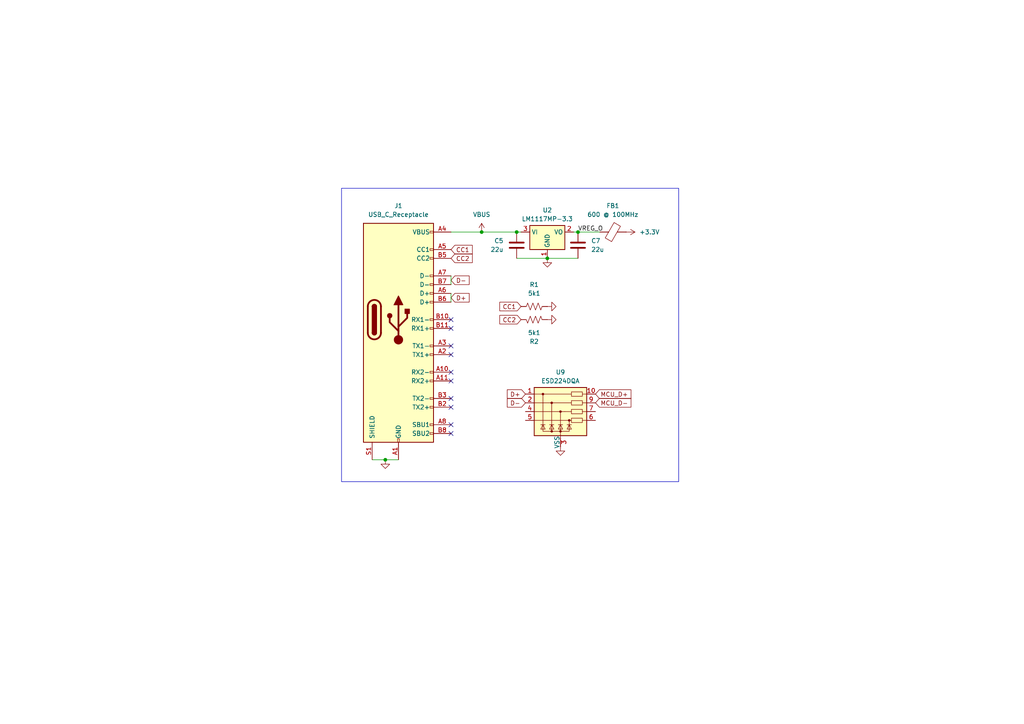
<source format=kicad_sch>
(kicad_sch (version 20250114) (generator "eeschema") (generator_version "9.0")
  (paper "A4")
  (lib_symbols
    (symbol "Connector:USB_C_Receptacle" (pin_names (offset 1.016))
      (property "Reference" "J" (at -10.16 29.21 0))
      (property "Value" "USB_C_Receptacle" (at 10.16 29.21 0))
      (symbol "USB_C_Receptacle_0_0"
        (rectangle (start -0.254 -35.56) (end 0.254 -34.544))
        (rectangle (start 10.16 25.654) (end 9.144 25.146))
        (rectangle (start 10.16 20.574) (end 9.144 20.066))
        (rectangle (start 10.16 18.034) (end 9.144 17.526))
        (rectangle (start 10.16 12.954) (end 9.144 12.446))
        (rectangle (start 10.16 10.414) (end 9.144 9.906))
        (rectangle (start 10.16 7.874) (end 9.144 7.366))
        (rectangle (start 10.16 5.334) (end 9.144 4.826))
        (rectangle (start 10.16 0.254) (end 9.144 -0.254))
        (rectangle (start 10.16 -2.286) (end 9.144 -2.794))
        (rectangle (start 10.16 -7.366) (end 9.144 -7.874))
        (rectangle (start 10.16 -9.906) (end 9.144 -10.414))
        (rectangle (start 10.16 -14.986) (end 9.144 -15.494))
        (rectangle (start 10.16 -17.526) (end 9.144 -18.034))
        (rectangle (start 10.16 -22.606) (end 9.144 -23.114))
        (rectangle (start 10.16 -25.146) (end 9.144 -25.654))
        (rectangle (start 10.16 -30.226) (end 9.144 -30.734))
        (rectangle (start 10.16 -32.766) (end 9.144 -33.274))
      )
      (symbol "USB_C_Receptacle_0_1"
        (rectangle (start -10.16 27.94) (end 10.16 -35.56) (stroke (width 0.254)) (fill (type background)))
        (polyline (pts (xy -8.89 -3.81) (xy -8.89 3.81)) (stroke (width 0.508)))
        (rectangle (start -7.62 -3.81) (end -6.35 3.81) (stroke (width 0.254)) (fill (type outline)))
        (arc (start -7.62 3.81) (mid -6.985 4.4423) (end -6.35 3.81) (stroke (width 0.254)))
        (arc (start -7.62 3.81) (mid -6.985 4.4423) (end -6.35 3.81) (stroke (width 0.254)) (fill (type outline)))
        (arc (start -8.89 3.81) (mid -6.985 5.7067) (end -5.08 3.81) (stroke (width 0.508)))
        (arc (start -5.08 -3.81) (mid -6.985 -5.7067) (end -8.89 -3.81) (stroke (width 0.508)))
        (arc (start -6.35 -3.81) (mid -6.985 -4.4423) (end -7.62 -3.81) (stroke (width 0.254)))
        (arc (start -6.35 -3.81) (mid -6.985 -4.4423) (end -7.62 -3.81) (stroke (width 0.254)) (fill (type outline)))
        (polyline (pts (xy -5.08 3.81) (xy -5.08 -3.81)) (stroke (width 0.508)))
      )
      (symbol "USB_C_Receptacle_1_1"
        (circle (center -2.54 1.143) (radius 0.635) (stroke (width 0.254)) (fill (type outline)))
        (polyline (pts (xy -1.27 4.318) (xy 0 6.858) (xy 1.27 4.318) (xy -1.27 4.318)) (stroke (width 0.254)) (fill (type outline)))
        (polyline (pts (xy 0 -2.032) (xy 2.54 0.508) (xy 2.54 1.778)) (stroke (width 0.508)))
        (polyline (pts (xy 0 -3.302) (xy -2.54 -0.762) (xy -2.54 0.508)) (stroke (width 0.508)))
        (polyline (pts (xy 0 -5.842) (xy 0 4.318)) (stroke (width 0.508)))
        (circle (center 0 -5.842) (radius 1.27) (fill (type outline)))
        (rectangle (start 1.905 1.778) (end 3.175 3.048) (stroke (width 0.254)) (fill (type outline)))
        (pin passive line (at -7.62 -40.64 90) (length 5.08) (name "SHIELD") (number "S1"))
        (pin passive line (at 0 -40.64 90) (length 5.08) (name "GND") (number "A1"))
        (pin passive line (at 0 -40.64 90) (length 5.08) (hide yes) (name "GND") (number "A12"))
        (pin passive line (at 0 -40.64 90) (length 5.08) (hide yes) (name "GND") (number "B1"))
        (pin passive line (at 0 -40.64 90) (length 5.08) (hide yes) (name "GND") (number "B12"))
        (pin passive line (at 15.24 25.4 180) (length 5.08) (name "VBUS") (number "A4"))
        (pin passive line (at 15.24 25.4 180) (length 5.08) (hide yes) (name "VBUS") (number "A9"))
        (pin passive line (at 15.24 25.4 180) (length 5.08) (hide yes) (name "VBUS") (number "B4"))
        (pin passive line (at 15.24 25.4 180) (length 5.08) (hide yes) (name "VBUS") (number "B9"))
        (pin bidirectional line (at 15.24 20.32 180) (length 5.08) (name "CC1") (number "A5"))
        (pin bidirectional line (at 15.24 17.78 180) (length 5.08) (name "CC2") (number "B5"))
        (pin bidirectional line (at 15.24 12.7 180) (length 5.08) (name "D-") (number "A7"))
        (pin bidirectional line (at 15.24 10.16 180) (length 5.08) (name "D-") (number "B7"))
        (pin bidirectional line (at 15.24 7.62 180) (length 5.08) (name "D+") (number "A6"))
        (pin bidirectional line (at 15.24 5.08 180) (length 5.08) (name "D+") (number "B6"))
        (pin bidirectional line (at 15.24 0 180) (length 5.08) (name "RX1-") (number "B10"))
        (pin bidirectional line (at 15.24 -2.54 180) (length 5.08) (name "RX1+") (number "B11"))
        (pin bidirectional line (at 15.24 -7.62 180) (length 5.08) (name "TX1-") (number "A3"))
        (pin bidirectional line (at 15.24 -10.16 180) (length 5.08) (name "TX1+") (number "A2"))
        (pin bidirectional line (at 15.24 -15.24 180) (length 5.08) (name "RX2-") (number "A10"))
        (pin bidirectional line (at 15.24 -17.78 180) (length 5.08) (name "RX2+") (number "A11"))
        (pin bidirectional line (at 15.24 -22.86 180) (length 5.08) (name "TX2-") (number "B3"))
        (pin bidirectional line (at 15.24 -25.4 180) (length 5.08) (name "TX2+") (number "B2"))
        (pin bidirectional line (at 15.24 -30.48 180) (length 5.08) (name "SBU1") (number "A8"))
        (pin bidirectional line (at 15.24 -33.02 180) (length 5.08) (name "SBU2") (number "B8"))
      )
    )
    (symbol "Device:C" (pin_numbers (hide yes)) (pin_names (offset 0.254))
      (property "Reference" "C" (at 0.635 2.54 0))
      (property "Value" "C" (at 0.635 -2.54 0))
      (symbol "C_0_1"
        (polyline (pts (xy -2.032 0.762) (xy 2.032 0.762)) (stroke (width 0.508)))
        (polyline (pts (xy -2.032 -0.762) (xy 2.032 -0.762)) (stroke (width 0.508)))
      )
      (symbol "C_1_1"
        (pin passive line (at 0 3.81 270) (length 2.794) (name "~") (number "1"))
        (pin passive line (at 0 -3.81 90) (length 2.794) (name "~") (number "2"))
      )
    )
    (symbol "Device:FerriteBead" (pin_numbers (hide yes)) (pin_names (offset 0))
      (property "Reference" "FB" (at -3.81 0.635 90))
      (property "Value" "FerriteBead" (at 3.81 0 90))
      (symbol "FerriteBead_0_1"
        (polyline (pts (xy -2.7686 0.4064) (xy -1.7018 2.2606) (xy 2.7686 -0.3048) (xy 1.6764 -2.159) (xy -2.7686 0.4064)))
        (polyline (pts (xy 0 1.27) (xy 0 1.2954)))
        (polyline (pts (xy 0 -1.27) (xy 0 -1.2192)))
      )
      (symbol "FerriteBead_1_1"
        (pin passive line (at 0 3.81 270) (length 2.54) (name "~") (number "1"))
        (pin passive line (at 0 -3.81 90) (length 2.54) (name "~") (number "2"))
      )
    )
    (symbol "Device:R_US" (pin_numbers (hide yes)) (pin_names (offset 0))
      (property "Reference" "R" (at 2.54 0 90))
      (property "Value" "R_US" (at -2.54 0 90))
      (symbol "R_US_0_1"
        (polyline (pts (xy 0 2.286) (xy 0 2.54)))
        (polyline (pts (xy 0 2.286) (xy 1.016 1.905) (xy 0 1.524) (xy -1.016 1.143) (xy 0 0.762)))
        (polyline (pts (xy 0 0.762) (xy 1.016 0.381) (xy 0 0) (xy -1.016 -0.381) (xy 0 -0.762)))
        (polyline (pts (xy 0 -0.762) (xy 1.016 -1.143) (xy 0 -1.524) (xy -1.016 -1.905) (xy 0 -2.286)))
        (polyline (pts (xy 0 -2.286) (xy 0 -2.54)))
      )
      (symbol "R_US_1_1"
        (pin passive line (at 0 3.81 270) (length 1.27) (name "~") (number "1"))
        (pin passive line (at 0 -3.81 90) (length 1.27) (name "~") (number "2"))
      )
    )
    (symbol "Power_Protection:ESD224DQA" (pin_names (offset 0))
      (property "Reference" "U" (at -0.635 8.255 0))
      (property "Value" "ESD224DQA" (at 8.89 -8.255 0))
      (symbol "ESD224DQA_0_0"
        (polyline (pts (xy -2.54 -5.715) (xy -2.54 2.54)))
        (polyline (pts (xy 0 0) (xy 0 -6.985)))
      )
      (symbol "ESD224DQA_0_1"
        (rectangle (start -7.62 6.985) (end 7.62 -6.985) (stroke (width 0.254)) (fill (type background)))
        (polyline (pts (xy -7.62 5.08) (xy -7.62 5.08)))
        (polyline (pts (xy -7.62 2.54) (xy -5.08 2.54)))
        (polyline (pts (xy -7.62 0) (xy 1.27 0)))
        (polyline (pts (xy -7.62 -2.54) (xy 3.175 -2.54)))
        (circle (center -5.08 5.08) (radius 0.2794) (fill (type outline)))
        (polyline (pts (xy -5.08 5.08) (xy -5.08 -5.715) (xy 2.54 -5.715) (xy 2.54 -2.54)) (stroke (width 0.1524)))
        (polyline (pts (xy -4.445 -3.81) (xy -5.715 -3.81)))
        (polyline (pts (xy -4.445 -5.08) (xy -5.715 -5.08) (xy -5.08 -3.81) (xy -4.445 -5.08)))
        (circle (center -2.54 2.54) (radius 0.2794) (fill (type outline)))
        (circle (center -2.54 -5.715) (radius 0.2794) (fill (type outline)))
        (polyline (pts (xy -1.905 -3.81) (xy -3.175 -3.81)))
        (polyline (pts (xy -1.905 -5.08) (xy -3.175 -5.08) (xy -2.54 -3.81) (xy -1.905 -5.08)))
        (circle (center 0 0) (radius 0.2794) (fill (type outline)))
        (circle (center 0 -5.715) (radius 0.2794) (fill (type outline)))
        (polyline (pts (xy 0 -6.985) (xy 0 -7.62)))
        (polyline (pts (xy 0.635 -3.81) (xy -0.635 -3.81)))
        (polyline (pts (xy 0.635 -5.08) (xy -0.635 -5.08) (xy 0 -3.81) (xy 0.635 -5.08)))
        (circle (center 2.54 -2.54) (radius 0.2794) (fill (type outline)))
        (rectangle (start 3.175 5.715) (end 6.35 4.445) (stroke (width 0.1524)))
        (polyline (pts (xy 3.175 5.08) (xy -7.62 5.08)) (stroke (width 0.1524)))
        (rectangle (start 3.175 3.175) (end 6.35 1.905) (stroke (width 0.1524)))
        (polyline (pts (xy 3.175 2.54) (xy 0 2.54) (xy 0 2.54) (xy -3.81 2.54) (xy -3.81 2.54) (xy -5.08 2.54)) (stroke (width 0.1524)))
        (rectangle (start 3.175 0.635) (end 6.35 -0.635) (stroke (width 0.1524)))
        (polyline (pts (xy 3.175 0) (xy 1.27 0)) (stroke (width 0.1524)))
        (rectangle (start 3.175 -1.905) (end 6.35 -3.175) (stroke (width 0.1524)))
        (polyline (pts (xy 3.175 -3.81) (xy 1.905 -3.81)))
        (polyline (pts (xy 3.175 -5.08) (xy 1.905 -5.08) (xy 2.54 -3.81) (xy 3.175 -5.08)))
        (polyline (pts (xy 7.62 5.08) (xy 6.35 5.08)) (stroke (width 0.1524)))
        (polyline (pts (xy 7.62 2.54) (xy 6.35 2.54)) (stroke (width 0.1524)))
        (polyline (pts (xy 7.62 0) (xy 6.35 0)) (stroke (width 0.1524)))
        (polyline (pts (xy 7.62 -2.54) (xy 6.35 -2.54)) (stroke (width 0.1524)))
      )
      (symbol "ESD224DQA_1_1"
        (pin passive line (at -10.16 5.08 0) (length 2.54) (name "~") (number "1"))
        (pin passive line (at -10.16 2.54 0) (length 2.54) (name "~") (number "2"))
        (pin passive line (at -10.16 0 0) (length 2.54) (name "~") (number "4"))
        (pin passive line (at -10.16 -2.54 0) (length 2.54) (name "~") (number "5"))
        (pin power_in line (at 0 -10.16 90) (length 2.54) (name "VSS") (number "3"))
        (pin passive line (at 0 -10.16 90) (length 2.54) (hide yes) (name "VSS") (number "8"))
        (pin passive line (at 10.16 5.08 180) (length 2.54) (name "~") (number "10"))
        (pin passive line (at 10.16 2.54 180) (length 2.54) (name "~") (number "9"))
        (pin passive line (at 10.16 0 180) (length 2.54) (name "~") (number "7"))
        (pin passive line (at 10.16 -2.54 180) (length 2.54) (name "~") (number "6"))
      )
    )
    (symbol "Regulator_Linear:LM1117MP-3.3"
      (property "Reference" "U" (at -3.81 3.175 0))
      (property "Value" "LM1117MP-3.3" (at 0 3.175 0))
      (symbol "LM1117MP-3.3_0_1"
        (rectangle (start -5.08 -5.08) (end 5.08 1.905) (stroke (width 0.254)) (fill (type background)))
      )
      (symbol "LM1117MP-3.3_1_1"
        (pin power_in line (at -7.62 0 0) (length 2.54) (name "VI") (number "3"))
        (pin power_in line (at 0 -7.62 90) (length 2.54) (name "GND") (number "1"))
        (pin power_out line (at 7.62 0 180) (length 2.54) (name "VO") (number "2"))
      )
    )
    (symbol "power:+3.3V" (power) (pin_numbers (hide yes)) (pin_names (offset 0) (hide yes))
      (property "Value" "+3.3V" (at 0 3.556 0))
      (symbol "+3.3V_0_1"
        (polyline (pts (xy -0.762 1.27) (xy 0 2.54)))
        (polyline (pts (xy 0 2.54) (xy 0.762 1.27)))
        (polyline (pts (xy 0 0) (xy 0 2.54)))
      )
      (symbol "+3.3V_1_1"
        (pin power_in line (at 0 0 90) (length 0) (name "~") (number "1"))
      )
    )
    (symbol "power:GND" (power) (pin_numbers (hide yes)) (pin_names (offset 0) (hide yes))
      (property "Value" "GND" (at 0 -3.81 0))
      (symbol "GND_0_1"
        (polyline (pts (xy 0 0) (xy 0 -1.27) (xy 1.27 -1.27) (xy 0 -2.54) (xy -1.27 -1.27) (xy 0 -1.27)))
      )
      (symbol "GND_1_1"
        (pin power_in line (at 0 0 270) (length 0) (name "~") (number "1"))
      )
    )
    (symbol "power:VBUS" (power) (pin_numbers (hide yes)) (pin_names (offset 0) (hide yes))
      (property "Value" "VBUS" (at 0 3.556 0))
      (symbol "VBUS_0_1"
        (polyline (pts (xy -0.762 1.27) (xy 0 2.54)))
        (polyline (pts (xy 0 2.54) (xy 0.762 1.27)))
        (polyline (pts (xy 0 0) (xy 0 2.54)))
      )
      (symbol "VBUS_1_1"
        (pin power_in line (at 0 0 90) (length 0) (name "~") (number "1"))
      )
    )
  )
  (rectangle (start 99.06 54.61) (end 196.85 139.7))
  (junction (at 158.75 74.93))
  (junction (at 111.76 133.35))
  (junction (at 139.7 67.31))
  (junction (at 149.86 67.31))
  (junction (at 167.64 67.31))
  (no_connect (at 130.81 107.95))
  (no_connect (at 130.81 102.87))
  (no_connect (at 130.81 118.11))
  (no_connect (at 130.81 95.25))
  (no_connect (at 130.81 115.57))
  (no_connect (at 130.81 92.71))
  (no_connect (at 130.81 100.33))
  (no_connect (at 130.81 110.49))
  (no_connect (at 130.81 123.19))
  (no_connect (at 130.81 125.73))
  (wire (pts (xy 166.37 67.31) (xy 167.64 67.31)))
  (wire (pts (xy 130.81 85.09) (xy 130.81 87.63)))
  (wire (pts (xy 111.76 133.35) (xy 115.57 133.35)))
  (wire (pts (xy 139.7 67.31) (xy 149.86 67.31)))
  (wire (pts (xy 167.64 67.31) (xy 173.99 67.31)))
  (wire (pts (xy 107.95 133.35) (xy 111.76 133.35)))
  (wire (pts (xy 158.75 74.93) (xy 167.64 74.93)))
  (wire (pts (xy 149.86 74.93) (xy 158.75 74.93)))
  (wire (pts (xy 130.81 67.31) (xy 139.7 67.31)))
  (wire (pts (xy 130.81 80.01) (xy 130.81 82.55)))
  (wire (pts (xy 149.86 67.31) (xy 151.13 67.31)))
  (label "VREG_O" (at 167.64 67.31 0))
  (global_label "D-" (shape input) (at 130.81 81.28 0) (property "Intersheetrefs" "${INTERSHEET_REFS}" (effects (hide yes))))
  (global_label "MCU_D-" (shape input) (at 172.72 116.84 0) (property "Intersheetrefs" "${INTERSHEET_REFS}" (effects (hide yes))))
  (global_label "D+" (shape input) (at 130.81 86.36 0) (property "Intersheetrefs" "${INTERSHEET_REFS}" (effects (hide yes))))
  (global_label "CC1" (shape input) (at 130.81 72.39 0) (property "Intersheetrefs" "${INTERSHEET_REFS}" (effects (hide yes))))
  (global_label "MCU_D+" (shape input) (at 172.72 114.3 0) (property "Intersheetrefs" "${INTERSHEET_REFS}" (effects (hide yes))))
  (global_label "CC2" (shape input) (at 151.13 92.71 180) (property "Intersheetrefs" "${INTERSHEET_REFS}" (effects (hide yes))))
  (global_label "D+" (shape input) (at 152.4 114.3 180) (property "Intersheetrefs" "${INTERSHEET_REFS}" (effects (hide yes))))
  (global_label "CC1" (shape input) (at 151.13 88.9 180) (property "Intersheetrefs" "${INTERSHEET_REFS}" (effects (hide yes))))
  (global_label "D-" (shape input) (at 152.4 116.84 180) (property "Intersheetrefs" "${INTERSHEET_REFS}" (effects (hide yes))))
  (global_label "CC2" (shape input) (at 130.81 74.93 0) (property "Intersheetrefs" "${INTERSHEET_REFS}" (effects (hide yes))))
  (symbol (lib_id "Regulator_Linear:LM1117MP-3.3") (at 158.75 67.31 0) (unit 1)
    (property "Reference" "U2" (at 158.75 60.96 0))
    (property "Value" "LM1117MP-3.3" (at 158.75 63.5 0))
    (property "Footprint" "Package_TO_SOT_SMD:SOT-223-3_TabPin2" (effects (hide yes)))
    (property "Datasheet" "http://www.ti.com/lit/ds/symlink/lm1117.pdf" (effects (hide yes)))
    (property "Description" "800mA Low-Dropout Linear Regulator, 3.3V fixed output, SOT-223" (effects (hide yes)))
  )
  (symbol (lib_id "power:+3.3V") (at 181.61 67.31 270) (mirror x) (unit 1)
    (property "Reference" "#PWR013" (effects (hide yes)))
    (property "Value" "+3.3V" (at 185.42 67.3099 90) (effects (justify left)))
    (property "Description" "Power symbol creates a global label with name \"+3.3V\"" (effects (hide yes)))
  )
  (symbol (lib_id "power:VBUS") (at 139.7 67.31 0) (unit 1)
    (property "Reference" "#PWR06" (effects (hide yes)))
    (property "Value" "VBUS" (at 139.7 62.23 0))
    (property "Description" "Power symbol creates a global label with name \"VBUS\"" (effects (hide yes)))
  )
  (symbol (lib_id "Connector:USB_C_Receptacle") (at 115.57 92.71 0) (unit 1)
    (property "Reference" "J1" (at 115.57 59.69 0))
    (property "Value" "USB_C_Receptacle" (at 115.57 62.23 0))
    (property "Footprint" "Connector_USB:USB_C_Receptacle_Amphenol_12401548E4-2A_CircularHoles" (effects (hide yes)))
    (property "Datasheet" "https://www.usb.org/sites/default/files/documents/usb_type-c.zip" (effects (hide yes)))
    (property "Description" "USB Full-Featured Type-C Receptacle connector" (effects (hide yes)))
  )
  (symbol (lib_id "power:GND") (at 158.75 92.71 90) (unit 1)
    (property "Reference" "#PWR011" (effects (hide yes)))
    (property "Value" "GND" (effects (hide yes)))
    (property "Description" "Power symbol creates a global label with name \"GND\" , ground" (effects (hide yes)))
  )
  (symbol (lib_id "Device:C") (at 167.64 71.12 0) (unit 1)
    (property "Reference" "C7" (at 171.45 69.8499 0) (effects (justify left)))
    (property "Value" "22u" (at 171.45 72.3899 0) (effects (justify left)))
    (property "Footprint" "Capacitor_SMD:C_0402_1005Metric" (effects (hide yes)))
    (property "Description" "Unpolarized capacitor" (effects (hide yes)))
  )
  (symbol (lib_id "Device:C") (at 149.86 71.12 0) (mirror y) (unit 1)
    (property "Reference" "C5" (at 146.05 69.8499 0) (effects (justify left)))
    (property "Value" "22u" (at 146.05 72.3899 0) (effects (justify left)))
    (property "Footprint" "Capacitor_SMD:C_0402_1005Metric" (effects (hide yes)))
    (property "Description" "Unpolarized capacitor" (effects (hide yes)))
  )
  (symbol (lib_id "Device:R_US") (at 154.94 92.71 90) (mirror x) (unit 1)
    (property "Reference" "R2" (at 154.94 99.06 90))
    (property "Value" "5k1" (at 154.94 96.52 90))
    (property "Footprint" "Resistor_SMD:R_0402_1005Metric" (effects (hide yes)))
    (property "Description" "Resistor, US symbol" (effects (hide yes)))
  )
  (symbol (lib_id "power:GND") (at 162.56 129.54 0) (unit 1)
    (property "Reference" "#PWR08" (effects (hide yes)))
    (property "Value" "GND" (effects (hide yes)))
    (property "Description" "Power symbol creates a global label with name \"GND\" , ground" (effects (hide yes)))
  )
  (symbol (lib_id "Power_Protection:ESD224DQA") (at 162.56 119.38 0) (unit 1)
    (property "Reference" "U9" (at 162.56 107.95 0))
    (property "Value" "ESD224DQA" (at 162.56 110.49 0))
    (property "Footprint" "Package_DFN_QFN:Diodes_UDFN-10_1.0x2.5mm_P0.5mm" (effects (hide yes)))
    (property "Datasheet" "https://www.ti.com/lit/ds/symlink/esd224.pdf" (effects (hide yes)))
    (property "Description" "4-Channel Low Capacitance TVS Diode Array, USON-10" (effects (hide yes)))
  )
  (symbol (lib_id "Device:FerriteBead") (at 177.8 67.31 90) (unit 1)
    (property "Reference" "FB1" (at 177.7492 59.69 90))
    (property "Value" "600 @ 100MHz" (at 177.7492 62.23 90))
    (property "Footprint" "Inductor_SMD:L_0603_1608Metric" (effects (hide yes)))
    (property "Description" "Ferrite bead" (effects (hide yes)))
  )
  (symbol (lib_id "power:GND") (at 158.75 74.93 0) (unit 1)
    (property "Reference" "#PWR09" (effects (hide yes)))
    (property "Value" "GND" (effects (hide yes)))
    (property "Description" "Power symbol creates a global label with name \"GND\" , ground" (effects (hide yes)))
  )
  (symbol (lib_id "power:GND") (at 158.75 88.9 90) (unit 1)
    (property "Reference" "#PWR010" (effects (hide yes)))
    (property "Value" "GND" (effects (hide yes)))
    (property "Description" "Power symbol creates a global label with name \"GND\" , ground" (effects (hide yes)))
  )
  (symbol (lib_id "Device:R_US") (at 154.94 88.9 90) (unit 1)
    (property "Reference" "R1" (at 154.94 82.55 90))
    (property "Value" "5k1" (at 154.94 85.09 90))
    (property "Footprint" "Resistor_SMD:R_0402_1005Metric" (effects (hide yes)))
    (property "Description" "Resistor, US symbol" (effects (hide yes)))
  )
  (symbol (lib_id "power:GND") (at 111.76 133.35 0) (unit 1)
    (property "Reference" "#PWR01" (effects (hide yes)))
    (property "Value" "GND" (effects (hide yes)))
    (property "Description" "Power symbol creates a global label with name \"GND\" , ground" (effects (hide yes)))
  )
)
</source>
